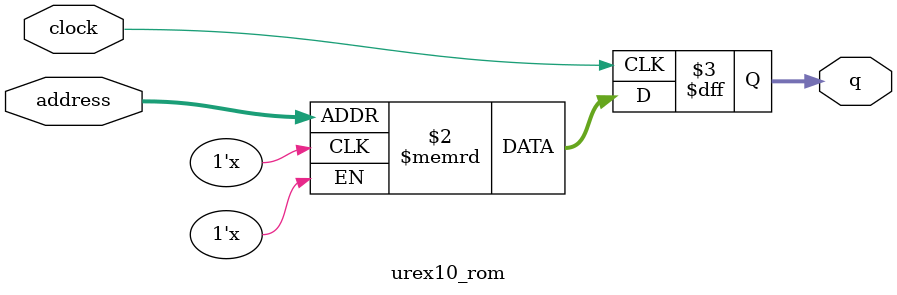
<source format=sv>
module urex10_rom (
	input logic clock,
	input logic [9:0] address,
	output logic [3:0] q
);

logic [3:0] memory [0:1023] /* synthesis ram_init_file = "./urex10/urex10.mif" */;

always_ff @ (posedge clock) begin
	q <= memory[address];
end

endmodule

</source>
